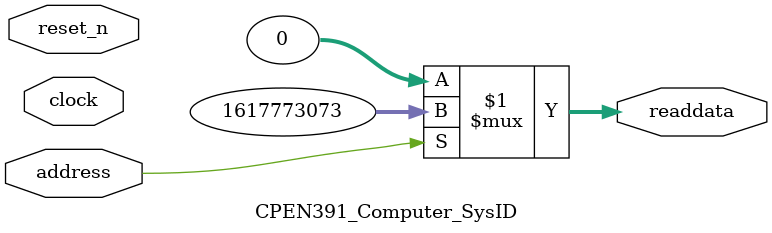
<source format=v>

`timescale 1ns / 1ps
// synthesis translate_on

// turn off superfluous verilog processor warnings 
// altera message_level Level1 
// altera message_off 10034 10035 10036 10037 10230 10240 10030 

module CPEN391_Computer_SysID (
               // inputs:
                address,
                clock,
                reset_n,

               // outputs:
                readdata
             )
;

  output  [ 31: 0] readdata;
  input            address;
  input            clock;
  input            reset_n;

  wire    [ 31: 0] readdata;
  //control_slave, which is an e_avalon_slave
  assign readdata = address ? 1617773073 : 0;

endmodule




</source>
